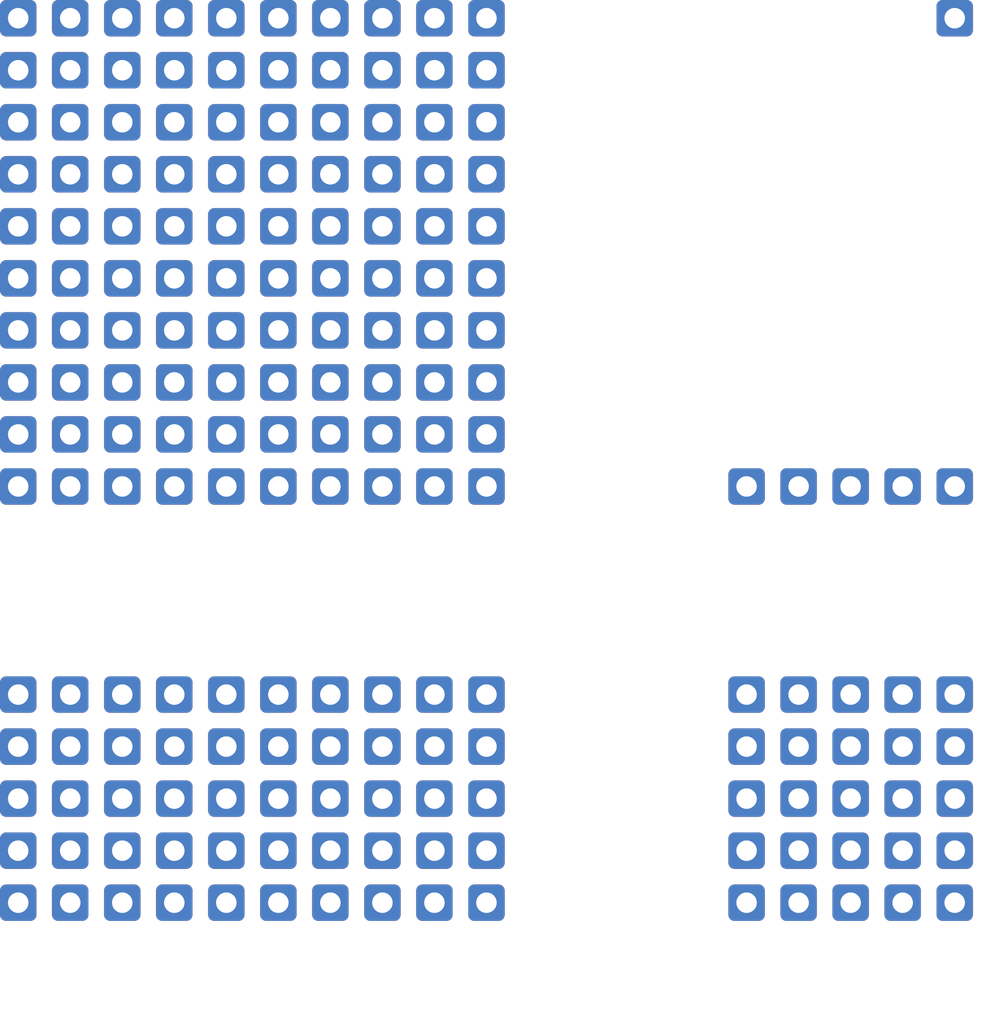
<source format=kicad_pcb>
(kicad_pcb (version 20240108) (generator "pcbnew") (generator_version "8.0")
  (layers (0 "F.Cu" signal) (31 "B.Cu" signal) (34 "B.Paste" user) (35 "F.Paste" user) (36 "B.SilkS" user "B.Silkscreen") (37 "F.SilkS" user "F.Silkscreen") (38 "B.Mask" user) (39 "F.Mask" user) (44 "Edge.Cuts" user))
  (net 0 "")
  (footprint "Pakequis_Footprints:Perfboard_pad_5x5" (layer "F.Cu") (at 137.16 109.22)
    (property "Reference" "REF**" (hide yes))
    (property "Value" "Perfboard_pad_5x5" (hide yes))
    (pad "" thru_hole roundrect (at 0 0) (size 1.778 1.778) (drill 1) (layers "*.Cu" "*.Mask") (roundrect_rratio 0.1640419948))
    (pad "" thru_hole roundrect (at 0 2.54) (size 1.778 1.778) (drill 1) (layers "*.Cu" "*.Mask") (roundrect_rratio 0.1640419948))
    (pad "" thru_hole roundrect (at 0 5.08) (size 1.778 1.778) (drill 1) (layers "*.Cu" "*.Mask") (roundrect_rratio 0.1640419948))
    (pad "" thru_hole roundrect (at 0 7.62) (size 1.778 1.778) (drill 1) (layers "*.Cu" "*.Mask") (roundrect_rratio 0.1640419948))
    (pad "" thru_hole roundrect (at 0 10.16) (size 1.778 1.778) (drill 1) (layers "*.Cu" "*.Mask") (roundrect_rratio 0.1640419948))
    (pad "" thru_hole roundrect (at 2.54 0) (size 1.778 1.778) (drill 1) (layers "*.Cu" "*.Mask") (roundrect_rratio 0.1640419948))
    (pad "" thru_hole roundrect (at 2.54 2.54) (size 1.778 1.778) (drill 1) (layers "*.Cu" "*.Mask") (roundrect_rratio 0.1640419948))
    (pad "" thru_hole roundrect (at 2.54 5.08) (size 1.778 1.778) (drill 1) (layers "*.Cu" "*.Mask") (roundrect_rratio 0.1640419948))
    (pad "" thru_hole roundrect (at 2.54 7.62) (size 1.778 1.778) (drill 1) (layers "*.Cu" "*.Mask") (roundrect_rratio 0.1640419948))
    (pad "" thru_hole roundrect (at 2.54 10.16) (size 1.778 1.778) (drill 1) (layers "*.Cu" "*.Mask") (roundrect_rratio 0.1640419948))
    (pad "" thru_hole roundrect (at 5.08 0) (size 1.778 1.778) (drill 1) (layers "*.Cu" "*.Mask") (roundrect_rratio 0.1640419948))
    (pad "" thru_hole roundrect (at 5.08 2.54) (size 1.778 1.778) (drill 1) (layers "*.Cu" "*.Mask") (roundrect_rratio 0.1640419948))
    (pad "" thru_hole roundrect (at 5.08 5.08) (size 1.778 1.778) (drill 1) (layers "*.Cu" "*.Mask") (roundrect_rratio 0.1640419948))
    (pad "" thru_hole roundrect (at 5.08 7.62) (size 1.778 1.778) (drill 1) (layers "*.Cu" "*.Mask") (roundrect_rratio 0.1640419948))
    (pad "" thru_hole roundrect (at 5.08 10.16) (size 1.778 1.778) (drill 1) (layers "*.Cu" "*.Mask") (roundrect_rratio 0.1640419948))
    (pad "" thru_hole roundrect (at 7.62 0) (size 1.778 1.778) (drill 1) (layers "*.Cu" "*.Mask") (roundrect_rratio 0.1640419948))
    (pad "" thru_hole roundrect (at 7.62 2.54) (size 1.778 1.778) (drill 1) (layers "*.Cu" "*.Mask") (roundrect_rratio 0.1640419948))
    (pad "" thru_hole roundrect (at 7.62 5.08) (size 1.778 1.778) (drill 1) (layers "*.Cu" "*.Mask") (roundrect_rratio 0.1640419948))
    (pad "" thru_hole roundrect (at 7.62 7.62) (size 1.778 1.778) (drill 1) (layers "*.Cu" "*.Mask") (roundrect_rratio 0.1640419948))
    (pad "" thru_hole roundrect (at 7.62 10.16) (size 1.778 1.778) (drill 1) (layers "*.Cu" "*.Mask") (roundrect_rratio 0.1640419948))
    (pad "" thru_hole roundrect (at 10.16 0) (size 1.778 1.778) (drill 1) (layers "*.Cu" "*.Mask") (roundrect_rratio 0.1640419948))
    (pad "" thru_hole roundrect (at 10.16 2.54) (size 1.778 1.778) (drill 1) (layers "*.Cu" "*.Mask") (roundrect_rratio 0.1640419948))
    (pad "" thru_hole roundrect (at 10.16 5.08) (size 1.778 1.778) (drill 1) (layers "*.Cu" "*.Mask") (roundrect_rratio 0.1640419948))
    (pad "" thru_hole roundrect (at 10.16 7.62) (size 1.778 1.778) (drill 1) (layers "*.Cu" "*.Mask") (roundrect_rratio 0.1640419948))
    (pad "" thru_hole roundrect (at 10.16 10.16) (size 1.778 1.778) (drill 1) (layers "*.Cu" "*.Mask") (roundrect_rratio 0.1640419948))
  )
  (footprint "Pakequis_Footprints:Perfboard_pad_5x10" (layer "F.Cu") (at 101.6 109.22)
    (property "Reference" "REF**" (hide yes))
    (property "Value" "Perfboard_pad_5x10" (hide yes))
    (pad "" thru_hole roundrect (at 0 0) (size 1.778 1.778) (drill 1) (layers "*.Cu" "*.Mask") (roundrect_rratio 0.1640419948))
    (pad "" thru_hole roundrect (at 0 2.54) (size 1.778 1.778) (drill 1) (layers "*.Cu" "*.Mask") (roundrect_rratio 0.1640419948))
    (pad "" thru_hole roundrect (at 0 5.08) (size 1.778 1.778) (drill 1) (layers "*.Cu" "*.Mask") (roundrect_rratio 0.1640419948))
    (pad "" thru_hole roundrect (at 0 7.62) (size 1.778 1.778) (drill 1) (layers "*.Cu" "*.Mask") (roundrect_rratio 0.1640419948))
    (pad "" thru_hole roundrect (at 0 10.16) (size 1.778 1.778) (drill 1) (layers "*.Cu" "*.Mask") (roundrect_rratio 0.1640419948))
    (pad "" thru_hole roundrect (at 2.54 0) (size 1.778 1.778) (drill 1) (layers "*.Cu" "*.Mask") (roundrect_rratio 0.1640419948))
    (pad "" thru_hole roundrect (at 2.54 2.54) (size 1.778 1.778) (drill 1) (layers "*.Cu" "*.Mask") (roundrect_rratio 0.1640419948))
    (pad "" thru_hole roundrect (at 2.54 5.08) (size 1.778 1.778) (drill 1) (layers "*.Cu" "*.Mask") (roundrect_rratio 0.1640419948))
    (pad "" thru_hole roundrect (at 2.54 7.62) (size 1.778 1.778) (drill 1) (layers "*.Cu" "*.Mask") (roundrect_rratio 0.1640419948))
    (pad "" thru_hole roundrect (at 2.54 10.16) (size 1.778 1.778) (drill 1) (layers "*.Cu" "*.Mask") (roundrect_rratio 0.1640419948))
    (pad "" thru_hole roundrect (at 5.08 0) (size 1.778 1.778) (drill 1) (layers "*.Cu" "*.Mask") (roundrect_rratio 0.1640419948))
    (pad "" thru_hole roundrect (at 5.08 2.54) (size 1.778 1.778) (drill 1) (layers "*.Cu" "*.Mask") (roundrect_rratio 0.1640419948))
    (pad "" thru_hole roundrect (at 5.08 5.08) (size 1.778 1.778) (drill 1) (layers "*.Cu" "*.Mask") (roundrect_rratio 0.1640419948))
    (pad "" thru_hole roundrect (at 5.08 7.62) (size 1.778 1.778) (drill 1) (layers "*.Cu" "*.Mask") (roundrect_rratio 0.1640419948))
    (pad "" thru_hole roundrect (at 5.08 10.16) (size 1.778 1.778) (drill 1) (layers "*.Cu" "*.Mask") (roundrect_rratio 0.1640419948))
    (pad "" thru_hole roundrect (at 7.62 0) (size 1.778 1.778) (drill 1) (layers "*.Cu" "*.Mask") (roundrect_rratio 0.1640419948))
    (pad "" thru_hole roundrect (at 7.62 2.54) (size 1.778 1.778) (drill 1) (layers "*.Cu" "*.Mask") (roundrect_rratio 0.1640419948))
    (pad "" thru_hole roundrect (at 7.62 5.08) (size 1.778 1.778) (drill 1) (layers "*.Cu" "*.Mask") (roundrect_rratio 0.1640419948))
    (pad "" thru_hole roundrect (at 7.62 7.62) (size 1.778 1.778) (drill 1) (layers "*.Cu" "*.Mask") (roundrect_rratio 0.1640419948))
    (pad "" thru_hole roundrect (at 7.62 10.16) (size 1.778 1.778) (drill 1) (layers "*.Cu" "*.Mask") (roundrect_rratio 0.1640419948))
    (pad "" thru_hole roundrect (at 10.16 0) (size 1.778 1.778) (drill 1) (layers "*.Cu" "*.Mask") (roundrect_rratio 0.1640419948))
    (pad "" thru_hole roundrect (at 10.16 2.54) (size 1.778 1.778) (drill 1) (layers "*.Cu" "*.Mask") (roundrect_rratio 0.1640419948))
    (pad "" thru_hole roundrect (at 10.16 5.08) (size 1.778 1.778) (drill 1) (layers "*.Cu" "*.Mask") (roundrect_rratio 0.1640419948))
    (pad "" thru_hole roundrect (at 10.16 7.62) (size 1.778 1.778) (drill 1) (layers "*.Cu" "*.Mask") (roundrect_rratio 0.1640419948))
    (pad "" thru_hole roundrect (at 10.16 10.16) (size 1.778 1.778) (drill 1) (layers "*.Cu" "*.Mask") (roundrect_rratio 0.1640419948))
    (pad "" thru_hole roundrect (at 12.7 0) (size 1.778 1.778) (drill 1) (layers "*.Cu" "*.Mask") (roundrect_rratio 0.1640419948))
    (pad "" thru_hole roundrect (at 12.7 2.54) (size 1.778 1.778) (drill 1) (layers "*.Cu" "*.Mask") (roundrect_rratio 0.1640419948))
    (pad "" thru_hole roundrect (at 12.7 5.08) (size 1.778 1.778) (drill 1) (layers "*.Cu" "*.Mask") (roundrect_rratio 0.1640419948))
    (pad "" thru_hole roundrect (at 12.7 7.62) (size 1.778 1.778) (drill 1) (layers "*.Cu" "*.Mask") (roundrect_rratio 0.1640419948))
    (pad "" thru_hole roundrect (at 12.7 10.16) (size 1.778 1.778) (drill 1) (layers "*.Cu" "*.Mask") (roundrect_rratio 0.1640419948))
    (pad "" thru_hole roundrect (at 15.24 0) (size 1.778 1.778) (drill 1) (layers "*.Cu" "*.Mask") (roundrect_rratio 0.1640419948))
    (pad "" thru_hole roundrect (at 15.24 2.54) (size 1.778 1.778) (drill 1) (layers "*.Cu" "*.Mask") (roundrect_rratio 0.1640419948))
    (pad "" thru_hole roundrect (at 15.24 5.08) (size 1.778 1.778) (drill 1) (layers "*.Cu" "*.Mask") (roundrect_rratio 0.1640419948))
    (pad "" thru_hole roundrect (at 15.24 7.62) (size 1.778 1.778) (drill 1) (layers "*.Cu" "*.Mask") (roundrect_rratio 0.1640419948))
    (pad "" thru_hole roundrect (at 15.24 10.16) (size 1.778 1.778) (drill 1) (layers "*.Cu" "*.Mask") (roundrect_rratio 0.1640419948))
    (pad "" thru_hole roundrect (at 17.78 0) (size 1.778 1.778) (drill 1) (layers "*.Cu" "*.Mask") (roundrect_rratio 0.1640419948))
    (pad "" thru_hole roundrect (at 17.78 2.54) (size 1.778 1.778) (drill 1) (layers "*.Cu" "*.Mask") (roundrect_rratio 0.1640419948))
    (pad "" thru_hole roundrect (at 17.78 5.08) (size 1.778 1.778) (drill 1) (layers "*.Cu" "*.Mask") (roundrect_rratio 0.1640419948))
    (pad "" thru_hole roundrect (at 17.78 7.62) (size 1.778 1.778) (drill 1) (layers "*.Cu" "*.Mask") (roundrect_rratio 0.1640419948))
    (pad "" thru_hole roundrect (at 17.78 10.16) (size 1.778 1.778) (drill 1) (layers "*.Cu" "*.Mask") (roundrect_rratio 0.1640419948))
    (pad "" thru_hole roundrect (at 20.32 0) (size 1.778 1.778) (drill 1) (layers "*.Cu" "*.Mask") (roundrect_rratio 0.1640419948))
    (pad "" thru_hole roundrect (at 20.32 2.54) (size 1.778 1.778) (drill 1) (layers "*.Cu" "*.Mask") (roundrect_rratio 0.1640419948))
    (pad "" thru_hole roundrect (at 20.32 5.08) (size 1.778 1.778) (drill 1) (layers "*.Cu" "*.Mask") (roundrect_rratio 0.1640419948))
    (pad "" thru_hole roundrect (at 20.32 7.62) (size 1.778 1.778) (drill 1) (layers "*.Cu" "*.Mask") (roundrect_rratio 0.1640419948))
    (pad "" thru_hole roundrect (at 20.32 10.16) (size 1.778 1.778) (drill 1) (layers "*.Cu" "*.Mask") (roundrect_rratio 0.1640419948))
    (pad "" thru_hole roundrect (at 22.86 0) (size 1.778 1.778) (drill 1) (layers "*.Cu" "*.Mask") (roundrect_rratio 0.1640419948))
    (pad "" thru_hole roundrect (at 22.86 2.54) (size 1.778 1.778) (drill 1) (layers "*.Cu" "*.Mask") (roundrect_rratio 0.1640419948))
    (pad "" thru_hole roundrect (at 22.86 5.08) (size 1.778 1.778) (drill 1) (layers "*.Cu" "*.Mask") (roundrect_rratio 0.1640419948))
    (pad "" thru_hole roundrect (at 22.86 7.62) (size 1.778 1.778) (drill 1) (layers "*.Cu" "*.Mask") (roundrect_rratio 0.1640419948))
    (pad "" thru_hole roundrect (at 22.86 10.16) (size 1.778 1.778) (drill 1) (layers "*.Cu" "*.Mask") (roundrect_rratio 0.1640419948))
  )
  (footprint "Pakequis_Footprints:Perfboard_pad_10x10" (layer "F.Cu") (at 101.6 76.2)
    (property "Reference" "REF**" (hide yes))
    (property "Value" "Perfboard_pad_10x10" (hide yes))
    (pad "" thru_hole roundrect (at 0 0) (size 1.778 1.778) (drill 1) (layers "*.Cu" "*.Mask") (roundrect_rratio 0.1640419948))
    (pad "" thru_hole roundrect (at 0 2.54) (size 1.778 1.778) (drill 1) (layers "*.Cu" "*.Mask") (roundrect_rratio 0.1640419948))
    (pad "" thru_hole roundrect (at 0 5.08) (size 1.778 1.778) (drill 1) (layers "*.Cu" "*.Mask") (roundrect_rratio 0.1640419948))
    (pad "" thru_hole roundrect (at 0 7.62) (size 1.778 1.778) (drill 1) (layers "*.Cu" "*.Mask") (roundrect_rratio 0.1640419948))
    (pad "" thru_hole roundrect (at 0 10.16) (size 1.778 1.778) (drill 1) (layers "*.Cu" "*.Mask") (roundrect_rratio 0.1640419948))
    (pad "" thru_hole roundrect (at 0 12.7) (size 1.778 1.778) (drill 1) (layers "*.Cu" "*.Mask") (roundrect_rratio 0.1640419948))
    (pad "" thru_hole roundrect (at 0 15.24) (size 1.778 1.778) (drill 1) (layers "*.Cu" "*.Mask") (roundrect_rratio 0.1640419948))
    (pad "" thru_hole roundrect (at 0 17.78) (size 1.778 1.778) (drill 1) (layers "*.Cu" "*.Mask") (roundrect_rratio 0.1640419948))
    (pad "" thru_hole roundrect (at 0 20.32) (size 1.778 1.778) (drill 1) (layers "*.Cu" "*.Mask") (roundrect_rratio 0.1640419948))
    (pad "" thru_hole roundrect (at 0 22.86) (size 1.778 1.778) (drill 1) (layers "*.Cu" "*.Mask") (roundrect_rratio 0.1640419948))
    (pad "" thru_hole roundrect (at 2.54 0) (size 1.778 1.778) (drill 1) (layers "*.Cu" "*.Mask") (roundrect_rratio 0.1640419948))
    (pad "" thru_hole roundrect (at 2.54 2.54) (size 1.778 1.778) (drill 1) (layers "*.Cu" "*.Mask") (roundrect_rratio 0.1640419948))
    (pad "" thru_hole roundrect (at 2.54 5.08) (size 1.778 1.778) (drill 1) (layers "*.Cu" "*.Mask") (roundrect_rratio 0.1640419948))
    (pad "" thru_hole roundrect (at 2.54 7.62) (size 1.778 1.778) (drill 1) (layers "*.Cu" "*.Mask") (roundrect_rratio 0.1640419948))
    (pad "" thru_hole roundrect (at 2.54 10.16) (size 1.778 1.778) (drill 1) (layers "*.Cu" "*.Mask") (roundrect_rratio 0.1640419948))
    (pad "" thru_hole roundrect (at 2.54 12.7) (size 1.778 1.778) (drill 1) (layers "*.Cu" "*.Mask") (roundrect_rratio 0.1640419948))
    (pad "" thru_hole roundrect (at 2.54 15.24) (size 1.778 1.778) (drill 1) (layers "*.Cu" "*.Mask") (roundrect_rratio 0.1640419948))
    (pad "" thru_hole roundrect (at 2.54 17.78) (size 1.778 1.778) (drill 1) (layers "*.Cu" "*.Mask") (roundrect_rratio 0.1640419948))
    (pad "" thru_hole roundrect (at 2.54 20.32) (size 1.778 1.778) (drill 1) (layers "*.Cu" "*.Mask") (roundrect_rratio 0.1640419948))
    (pad "" thru_hole roundrect (at 2.54 22.86) (size 1.778 1.778) (drill 1) (layers "*.Cu" "*.Mask") (roundrect_rratio 0.1640419948))
    (pad "" thru_hole roundrect (at 5.08 0) (size 1.778 1.778) (drill 1) (layers "*.Cu" "*.Mask") (roundrect_rratio 0.1640419948))
    (pad "" thru_hole roundrect (at 5.08 2.54) (size 1.778 1.778) (drill 1) (layers "*.Cu" "*.Mask") (roundrect_rratio 0.1640419948))
    (pad "" thru_hole roundrect (at 5.08 5.08) (size 1.778 1.778) (drill 1) (layers "*.Cu" "*.Mask") (roundrect_rratio 0.1640419948))
    (pad "" thru_hole roundrect (at 5.08 7.62) (size 1.778 1.778) (drill 1) (layers "*.Cu" "*.Mask") (roundrect_rratio 0.1640419948))
    (pad "" thru_hole roundrect (at 5.08 10.16) (size 1.778 1.778) (drill 1) (layers "*.Cu" "*.Mask") (roundrect_rratio 0.1640419948))
    (pad "" thru_hole roundrect (at 5.08 12.7) (size 1.778 1.778) (drill 1) (layers "*.Cu" "*.Mask") (roundrect_rratio 0.1640419948))
    (pad "" thru_hole roundrect (at 5.08 15.24) (size 1.778 1.778) (drill 1) (layers "*.Cu" "*.Mask") (roundrect_rratio 0.1640419948))
    (pad "" thru_hole roundrect (at 5.08 17.78) (size 1.778 1.778) (drill 1) (layers "*.Cu" "*.Mask") (roundrect_rratio 0.1640419948))
    (pad "" thru_hole roundrect (at 5.08 20.32) (size 1.778 1.778) (drill 1) (layers "*.Cu" "*.Mask") (roundrect_rratio 0.1640419948))
    (pad "" thru_hole roundrect (at 5.08 22.86) (size 1.778 1.778) (drill 1) (layers "*.Cu" "*.Mask") (roundrect_rratio 0.1640419948))
    (pad "" thru_hole roundrect (at 7.62 0) (size 1.778 1.778) (drill 1) (layers "*.Cu" "*.Mask") (roundrect_rratio 0.1640419948))
    (pad "" thru_hole roundrect (at 7.62 2.54) (size 1.778 1.778) (drill 1) (layers "*.Cu" "*.Mask") (roundrect_rratio 0.1640419948))
    (pad "" thru_hole roundrect (at 7.62 5.08) (size 1.778 1.778) (drill 1) (layers "*.Cu" "*.Mask") (roundrect_rratio 0.1640419948))
    (pad "" thru_hole roundrect (at 7.62 7.62) (size 1.778 1.778) (drill 1) (layers "*.Cu" "*.Mask") (roundrect_rratio 0.1640419948))
    (pad "" thru_hole roundrect (at 7.62 10.16) (size 1.778 1.778) (drill 1) (layers "*.Cu" "*.Mask") (roundrect_rratio 0.1640419948))
    (pad "" thru_hole roundrect (at 7.62 12.7) (size 1.778 1.778) (drill 1) (layers "*.Cu" "*.Mask") (roundrect_rratio 0.1640419948))
    (pad "" thru_hole roundrect (at 7.62 15.24) (size 1.778 1.778) (drill 1) (layers "*.Cu" "*.Mask") (roundrect_rratio 0.1640419948))
    (pad "" thru_hole roundrect (at 7.62 17.78) (size 1.778 1.778) (drill 1) (layers "*.Cu" "*.Mask") (roundrect_rratio 0.1640419948))
    (pad "" thru_hole roundrect (at 7.62 20.32) (size 1.778 1.778) (drill 1) (layers "*.Cu" "*.Mask") (roundrect_rratio 0.1640419948))
    (pad "" thru_hole roundrect (at 7.62 22.86) (size 1.778 1.778) (drill 1) (layers "*.Cu" "*.Mask") (roundrect_rratio 0.1640419948))
    (pad "" thru_hole roundrect (at 10.16 0) (size 1.778 1.778) (drill 1) (layers "*.Cu" "*.Mask") (roundrect_rratio 0.1640419948))
    (pad "" thru_hole roundrect (at 10.16 2.54) (size 1.778 1.778) (drill 1) (layers "*.Cu" "*.Mask") (roundrect_rratio 0.1640419948))
    (pad "" thru_hole roundrect (at 10.16 5.08) (size 1.778 1.778) (drill 1) (layers "*.Cu" "*.Mask") (roundrect_rratio 0.1640419948))
    (pad "" thru_hole roundrect (at 10.16 7.62) (size 1.778 1.778) (drill 1) (layers "*.Cu" "*.Mask") (roundrect_rratio 0.1640419948))
    (pad "" thru_hole roundrect (at 10.16 10.16) (size 1.778 1.778) (drill 1) (layers "*.Cu" "*.Mask") (roundrect_rratio 0.1640419948))
    (pad "" thru_hole roundrect (at 10.16 12.7) (size 1.778 1.778) (drill 1) (layers "*.Cu" "*.Mask") (roundrect_rratio 0.1640419948))
    (pad "" thru_hole roundrect (at 10.16 15.24) (size 1.778 1.778) (drill 1) (layers "*.Cu" "*.Mask") (roundrect_rratio 0.1640419948))
    (pad "" thru_hole roundrect (at 10.16 17.78) (size 1.778 1.778) (drill 1) (layers "*.Cu" "*.Mask") (roundrect_rratio 0.1640419948))
    (pad "" thru_hole roundrect (at 10.16 20.32) (size 1.778 1.778) (drill 1) (layers "*.Cu" "*.Mask") (roundrect_rratio 0.1640419948))
    (pad "" thru_hole roundrect (at 10.16 22.86) (size 1.778 1.778) (drill 1) (layers "*.Cu" "*.Mask") (roundrect_rratio 0.1640419948))
    (pad "" thru_hole roundrect (at 12.7 0) (size 1.778 1.778) (drill 1) (layers "*.Cu" "*.Mask") (roundrect_rratio 0.1640419948))
    (pad "" thru_hole roundrect (at 12.7 2.54) (size 1.778 1.778) (drill 1) (layers "*.Cu" "*.Mask") (roundrect_rratio 0.1640419948))
    (pad "" thru_hole roundrect (at 12.7 5.08) (size 1.778 1.778) (drill 1) (layers "*.Cu" "*.Mask") (roundrect_rratio 0.1640419948))
    (pad "" thru_hole roundrect (at 12.7 7.62) (size 1.778 1.778) (drill 1) (layers "*.Cu" "*.Mask") (roundrect_rratio 0.1640419948))
    (pad "" thru_hole roundrect (at 12.7 10.16) (size 1.778 1.778) (drill 1) (layers "*.Cu" "*.Mask") (roundrect_rratio 0.1640419948))
    (pad "" thru_hole roundrect (at 12.7 12.7) (size 1.778 1.778) (drill 1) (layers "*.Cu" "*.Mask") (roundrect_rratio 0.1640419948))
    (pad "" thru_hole roundrect (at 12.7 15.24) (size 1.778 1.778) (drill 1) (layers "*.Cu" "*.Mask") (roundrect_rratio 0.1640419948))
    (pad "" thru_hole roundrect (at 12.7 17.78) (size 1.778 1.778) (drill 1) (layers "*.Cu" "*.Mask") (roundrect_rratio 0.1640419948))
    (pad "" thru_hole roundrect (at 12.7 20.32) (size 1.778 1.778) (drill 1) (layers "*.Cu" "*.Mask") (roundrect_rratio 0.1640419948))
    (pad "" thru_hole roundrect (at 12.7 22.86) (size 1.778 1.778) (drill 1) (layers "*.Cu" "*.Mask") (roundrect_rratio 0.1640419948))
    (pad "" thru_hole roundrect (at 15.24 0) (size 1.778 1.778) (drill 1) (layers "*.Cu" "*.Mask") (roundrect_rratio 0.1640419948))
    (pad "" thru_hole roundrect (at 15.24 2.54) (size 1.778 1.778) (drill 1) (layers "*.Cu" "*.Mask") (roundrect_rratio 0.1640419948))
    (pad "" thru_hole roundrect (at 15.24 5.08) (size 1.778 1.778) (drill 1) (layers "*.Cu" "*.Mask") (roundrect_rratio 0.1640419948))
    (pad "" thru_hole roundrect (at 15.24 7.62) (size 1.778 1.778) (drill 1) (layers "*.Cu" "*.Mask") (roundrect_rratio 0.1640419948))
    (pad "" thru_hole roundrect (at 15.24 10.16) (size 1.778 1.778) (drill 1) (layers "*.Cu" "*.Mask") (roundrect_rratio 0.1640419948))
    (pad "" thru_hole roundrect (at 15.24 12.7) (size 1.778 1.778) (drill 1) (layers "*.Cu" "*.Mask") (roundrect_rratio 0.1640419948))
    (pad "" thru_hole roundrect (at 15.24 15.24) (size 1.778 1.778) (drill 1) (layers "*.Cu" "*.Mask") (roundrect_rratio 0.1640419948))
    (pad "" thru_hole roundrect (at 15.24 17.78) (size 1.778 1.778) (drill 1) (layers "*.Cu" "*.Mask") (roundrect_rratio 0.1640419948))
    (pad "" thru_hole roundrect (at 15.24 20.32) (size 1.778 1.778) (drill 1) (layers "*.Cu" "*.Mask") (roundrect_rratio 0.1640419948))
    (pad "" thru_hole roundrect (at 15.24 22.86) (size 1.778 1.778) (drill 1) (layers "*.Cu" "*.Mask") (roundrect_rratio 0.1640419948))
    (pad "" thru_hole roundrect (at 17.78 0) (size 1.778 1.778) (drill 1) (layers "*.Cu" "*.Mask") (roundrect_rratio 0.1640419948))
    (pad "" thru_hole roundrect (at 17.78 2.54) (size 1.778 1.778) (drill 1) (layers "*.Cu" "*.Mask") (roundrect_rratio 0.1640419948))
    (pad "" thru_hole roundrect (at 17.78 5.08) (size 1.778 1.778) (drill 1) (layers "*.Cu" "*.Mask") (roundrect_rratio 0.1640419948))
    (pad "" thru_hole roundrect (at 17.78 7.62) (size 1.778 1.778) (drill 1) (layers "*.Cu" "*.Mask") (roundrect_rratio 0.1640419948))
    (pad "" thru_hole roundrect (at 17.78 10.16) (size 1.778 1.778) (drill 1) (layers "*.Cu" "*.Mask") (roundrect_rratio 0.1640419948))
    (pad "" thru_hole roundrect (at 17.78 12.7) (size 1.778 1.778) (drill 1) (layers "*.Cu" "*.Mask") (roundrect_rratio 0.1640419948))
    (pad "" thru_hole roundrect (at 17.78 15.24) (size 1.778 1.778) (drill 1) (layers "*.Cu" "*.Mask") (roundrect_rratio 0.1640419948))
    (pad "" thru_hole roundrect (at 17.78 17.78) (size 1.778 1.778) (drill 1) (layers "*.Cu" "*.Mask") (roundrect_rratio 0.1640419948))
    (pad "" thru_hole roundrect (at 17.78 20.32) (size 1.778 1.778) (drill 1) (layers "*.Cu" "*.Mask") (roundrect_rratio 0.1640419948))
    (pad "" thru_hole roundrect (at 17.78 22.86) (size 1.778 1.778) (drill 1) (layers "*.Cu" "*.Mask") (roundrect_rratio 0.1640419948))
    (pad "" thru_hole roundrect (at 20.32 0) (size 1.778 1.778) (drill 1) (layers "*.Cu" "*.Mask") (roundrect_rratio 0.1640419948))
    (pad "" thru_hole roundrect (at 20.32 2.54) (size 1.778 1.778) (drill 1) (layers "*.Cu" "*.Mask") (roundrect_rratio 0.1640419948))
    (pad "" thru_hole roundrect (at 20.32 5.08) (size 1.778 1.778) (drill 1) (layers "*.Cu" "*.Mask") (roundrect_rratio 0.1640419948))
    (pad "" thru_hole roundrect (at 20.32 7.62) (size 1.778 1.778) (drill 1) (layers "*.Cu" "*.Mask") (roundrect_rratio 0.1640419948))
    (pad "" thru_hole roundrect (at 20.32 10.16) (size 1.778 1.778) (drill 1) (layers "*.Cu" "*.Mask") (roundrect_rratio 0.1640419948))
    (pad "" thru_hole roundrect (at 20.32 12.7) (size 1.778 1.778) (drill 1) (layers "*.Cu" "*.Mask") (roundrect_rratio 0.1640419948))
    (pad "" thru_hole roundrect (at 20.32 15.24) (size 1.778 1.778) (drill 1) (layers "*.Cu" "*.Mask") (roundrect_rratio 0.1640419948))
    (pad "" thru_hole roundrect (at 20.32 17.78) (size 1.778 1.778) (drill 1) (layers "*.Cu" "*.Mask") (roundrect_rratio 0.1640419948))
    (pad "" thru_hole roundrect (at 20.32 20.32) (size 1.778 1.778) (drill 1) (layers "*.Cu" "*.Mask") (roundrect_rratio 0.1640419948))
    (pad "" thru_hole roundrect (at 20.32 22.86) (size 1.778 1.778) (drill 1) (layers "*.Cu" "*.Mask") (roundrect_rratio 0.1640419948))
    (pad "" thru_hole roundrect (at 22.86 0) (size 1.778 1.778) (drill 1) (layers "*.Cu" "*.Mask") (roundrect_rratio 0.1640419948))
    (pad "" thru_hole roundrect (at 22.86 2.54) (size 1.778 1.778) (drill 1) (layers "*.Cu" "*.Mask") (roundrect_rratio 0.1640419948))
    (pad "" thru_hole roundrect (at 22.86 5.08) (size 1.778 1.778) (drill 1) (layers "*.Cu" "*.Mask") (roundrect_rratio 0.1640419948))
    (pad "" thru_hole roundrect (at 22.86 7.62) (size 1.778 1.778) (drill 1) (layers "*.Cu" "*.Mask") (roundrect_rratio 0.1640419948))
    (pad "" thru_hole roundrect (at 22.86 10.16) (size 1.778 1.778) (drill 1) (layers "*.Cu" "*.Mask") (roundrect_rratio 0.1640419948))
    (pad "" thru_hole roundrect (at 22.86 12.7) (size 1.778 1.778) (drill 1) (layers "*.Cu" "*.Mask") (roundrect_rratio 0.1640419948))
    (pad "" thru_hole roundrect (at 22.86 15.24) (size 1.778 1.778) (drill 1) (layers "*.Cu" "*.Mask") (roundrect_rratio 0.1640419948))
    (pad "" thru_hole roundrect (at 22.86 17.78) (size 1.778 1.778) (drill 1) (layers "*.Cu" "*.Mask") (roundrect_rratio 0.1640419948))
    (pad "" thru_hole roundrect (at 22.86 20.32) (size 1.778 1.778) (drill 1) (layers "*.Cu" "*.Mask") (roundrect_rratio 0.1640419948))
    (pad "" thru_hole roundrect (at 22.86 22.86) (size 1.778 1.778) (drill 1) (layers "*.Cu" "*.Mask") (roundrect_rratio 0.1640419948))
  )
  (footprint "Pakequis_Footprints:Perfboard_pad_1x5" (layer "F.Cu") (at 137.16 99.06)
    (property "Reference" "REF**" (hide yes))
    (property "Value" "Perfboard_pad_1x5" (hide yes))
    (pad "" thru_hole roundrect (at 0 0) (size 1.778 1.778) (drill 1) (layers "*.Cu" "*.Mask") (roundrect_rratio 0.1640419948))
    (pad "" thru_hole roundrect (at 2.54 0) (size 1.778 1.778) (drill 1) (layers "*.Cu" "*.Mask") (roundrect_rratio 0.1640419948))
    (pad "" thru_hole roundrect (at 5.08 0) (size 1.778 1.778) (drill 1) (layers "*.Cu" "*.Mask") (roundrect_rratio 0.1640419948))
    (pad "" thru_hole roundrect (at 7.62 0) (size 1.778 1.778) (drill 1) (layers "*.Cu" "*.Mask") (roundrect_rratio 0.1640419948))
    (pad "" thru_hole roundrect (at 10.16 0) (size 1.778 1.778) (drill 1) (layers "*.Cu" "*.Mask") (roundrect_rratio 0.1640419948))
  )
  (footprint "Pakequis_Footprints:Perfboard_pad" (layer "F.Cu") (at 147.32 76.2)
    (property "Reference" "REF**" (hide yes))
    (property "Value" "Perfboard_pad" (hide yes))
    (pad "" thru_hole roundrect (at 0 0) (size 1.778 1.778) (drill 1) (layers "*.Cu" "*.Mask") (roundrect_rratio 0.1640419948))
  )
)
</source>
